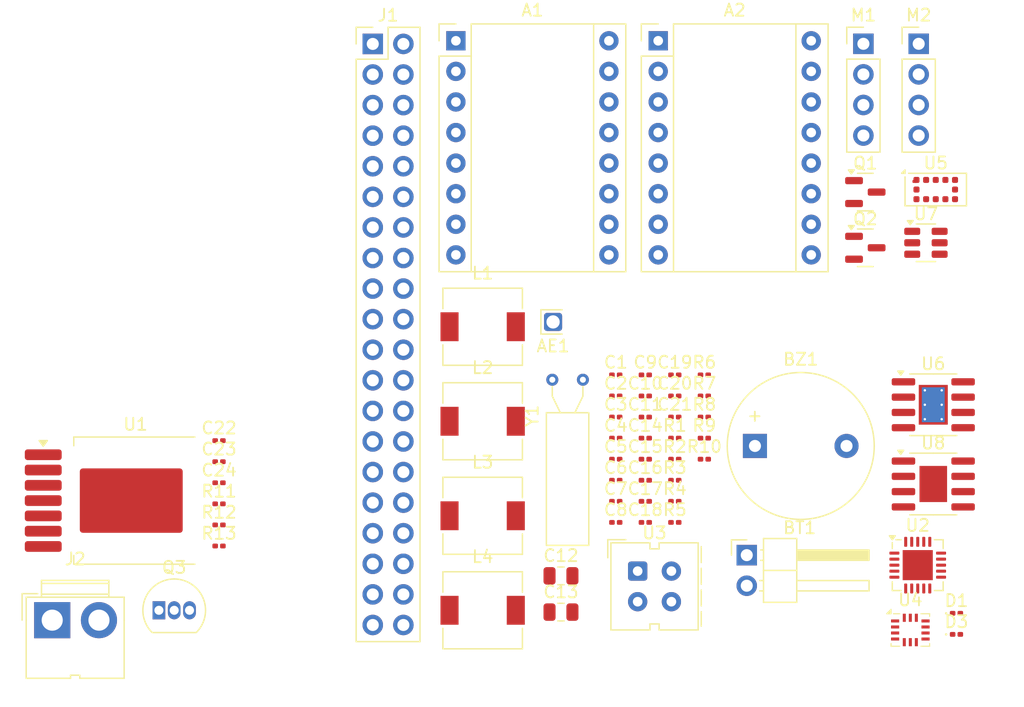
<source format=kicad_pcb>
(kicad_pcb (version 20241229) (generator "pcbnew") (generator_version "9.0")
  (layers (0 "F.Cu" signal) (2 "B.Cu" signal) (13 "F.Paste" user) (15 "B.Paste" user) (5 "F.SilkS" user "F.Silkscreen") (7 "B.SilkS" user "B.Silkscreen") (1 "F.Mask" user) (3 "B.Mask" user) (25 "Edge.Cuts" user))
  (net 0 "")
  (net 1 "Net-(A1-B1)")
  (net 2 "Net-(A1-A1)")
  (net 3 "Net-(A1-A2)")
  (net 6 "DIR2")
  (net 7 "GND")
  (net 8 "STEP2")
  (net 10 "Net-(A1-B2)")
  (net 11 "VDD 12V")
  (net 14 "Net-(BZ1--)")
  (net 15 "STEP1")
  (net 16 "Net-(A2-B2)")
  (net 19 "Net-(A2-A1)")
  (net 20 "Net-(U6-BAT)")
  (net 24 "DIR1")
  (net 25 "Net-(A2-A2)")
  (net 26 "Net-(A2-B1)")
  (net 27 "Net-(AE1-A)")
  (net 28 "Net-(BT1-+)")
  (net 29 "Net-(J2-Pin_1)")
  (net 30 "Net-(U1-SS{slash}TRK)")
  (net 31 "Net-(D1-A)")
  (net 32 "CNY")
  (net 33 "Net-(U2-DVDD)")
  (net 34 "VDD 3.3V")
  (net 35 "Net-(C7-Pad1)")
  (net 36 "Net-(U2-VDD_PA)")
  (net 37 "Net-(U2-XC2)")
  (net 38 "Net-(U2-XC1)")
  (net 39 "Net-(D1-K)")
  (net 40 "Net-(D3-K)")
  (net 42 "Net-(J1-GPIO20{slash}SPI1_MOSI{slash}PCM_DIN{slash}PWM1)")
  (net 43 "Net-(J1-GPIO19{slash}SPI1_MISO{slash}PCM_FS)")
  (net 45 "MOSI")
  (net 46 "Net-(J1-SDA_I2C1{slash}GPIO02)")
  (net 47 "Net-(J1-GPIO18{slash}SPI1_~{CE0}{slash}PCM_CLK{slash}PWM0)")
  (net 48 "Net-(J1-GPIO21{slash}SPI1_SCLK{slash}PCM_DOUT)")
  (net 50 "Net-(J1-SCL_I2C1{slash}GPIO03)")
  (net 51 "BZ")
  (net 53 "MISO")
  (net 54 "Net-(Q3-B)")
  (net 56 "Net-(U1-FB)")
  (net 58 "SCK")
  (net 65 "Net-(U2-ANT2)")
  (net 66 "Net-(U2-ANT1)")
  (net 67 "Net-(Q1-S)")
  (net 68 "Net-(Q2-S)")
  (net 69 "Net-(U6-~{CHRG})")
  (net 70 "Net-(U6-PROG)")
  (net 71 "Net-(U7-FB)")
  (net 72 "Net-(U2-IREF)")
  (net 73 "Net-(U3-E)")
  (net 74 "Net-(U3-K)")
  (net 75 "CSN")
  (net 77 "CE")
  (footprint "Inductor_SMD:L_6.3x6.3_H3" (layer "F.Cu") (at 84.33 85.8)
    (property "Reference" "L2" (at 0 -4.45 0) (layer "F.SilkS"))
    (property "Value" "8.2nH")
    (pad "1" smd rect (at -2.75 0) (size 1.5 2.4) (layers "F.Cu" "F.Mask" "F.Paste") (net 66 "Net-(U2-ANT1)"))
    (pad "2" smd rect (at 2.75 0) (size 1.5 2.4) (layers "F.Cu" "F.Mask" "F.Paste") (net 65 "Net-(U2-ANT2)"))
  )
  (footprint "Capacitor_SMD:C_0201_0603Metric" (layer "F.Cu") (at 95.38 90.7)
    (property "Reference" "C6" (at 0 -1.05 0) (layer "F.SilkS"))
    (property "Value" "10nF")
    (pad "1" smd roundrect (at -0.32 0) (size 0.46 0.4) (layers "F.Cu" "F.Mask") (net 34 "VDD 3.3V"))
    (pad "2" smd roundrect (at 0.32 0) (size 0.46 0.4) (layers "F.Cu" "F.Mask") (net 7 "GND"))
  )
  (footprint "Diode_SMD:D_0201_0603Metric" (layer "F.Cu") (at 123.655 103.5)
    (property "Reference" "D3" (at 0 -1.05 0) (layer "F.SilkS"))
    (property "Value" "D_Schottky")
    (pad "1" smd roundrect (at -0.32 0) (size 0.46 0.4) (layers "F.Cu" "F.Mask") (net 40 "Net-(D3-K)"))
    (pad "2" smd roundrect (at 0.32 0) (size 0.46 0.4) (layers "F.Cu" "F.Mask") (net 32 "CNY"))
  )
  (footprint "Capacitor_SMD:C_0201_0603Metric" (layer "F.Cu") (at 62.45 90.91)
    (property "Reference" "C24" (at 0 -1.05 0) (layer "F.SilkS"))
    (property "Value" "220uF")
    (pad "1" smd roundrect (at -0.32 0) (size 0.46 0.4) (layers "F.Cu" "F.Mask") (net 32 "CNY"))
    (pad "2" smd roundrect (at 0.32 0) (size 0.46 0.4) (layers "F.Cu" "F.Mask") (net 7 "GND"))
  )
  (footprint "Package_TO_SOT_THT:TO-92_Inline" (layer "F.Cu") (at 57.46 101.5)
    (property "Reference" "Q3" (at 1.27 -3.56 0) (layer "F.SilkS"))
    (property "Value" "PN2222A")
    (pad "1" thru_hole rect (at 0 0) (size 1.05 1.5) (drill 0.75) (layers "*.Cu" "*.Mask") (net 7 "GND"))
    (pad "2" thru_hole oval (at 1.27 0) (size 1.05 1.5) (drill 0.75) (layers "*.Cu" "*.Mask") (net 54 "Net-(Q3-B)"))
    (pad "3" thru_hole oval (at 2.54 0) (size 1.05 1.5) (drill 0.75) (layers "*.Cu" "*.Mask") (net 14 "Net-(BZ1--)"))
  )
  (footprint "Sensor_Distance:ST_VL53L1x" (layer "F.Cu") (at 121.935 66.555)
    (property "Reference" "U5" (at 0 -2.2 0) (layer "F.SilkS"))
    (property "Value" "VL53L1CXV0FY1")
    (pad "1" smd roundrect (at -1.74 -0.675) (size 0.38 0.25) (layers "F.Cu" "F.Mask" "F.Paste") (net 34 "VDD 3.3V"))
    (pad "1" smd roundrect (at -1.6 -0.8) (size 0.5 0.5) (layers "F.Cu" "F.Mask" "F.Paste") (net 34 "VDD 3.3V"))
    (pad "2" smd roundrect (at -0.8 -0.8) (size 0.5 0.5) (layers "F.Cu" "F.Mask" "F.Paste") (net 7 "GND"))
    (pad "3" smd roundrect (at 0 -0.8) (size 0.5 0.5) (layers "F.Cu" "F.Mask" "F.Paste") (net 7 "GND"))
    (pad "4" smd roundrect (at 0.8 -0.8) (size 0.5 0.5) (layers "F.Cu" "F.Mask" "F.Paste") (net 7 "GND"))
    (pad "5" smd roundrect (at 1.6 -0.8) (size 0.5 0.5) (layers "F.Cu" "F.Mask" "F.Paste"))
    (pad "6" smd roundrect (at 1.6 0) (size 0.5 0.5) (layers "F.Cu" "F.Mask" "F.Paste") (net 7 "GND"))
    (pad "7" smd roundrect (at 1.6 0.8) (size 0.5 0.5) (layers "F.Cu" "F.Mask" "F.Paste"))
    (pad "8" smd roundrect (at 0.8 0.8) (size 0.5 0.5) (layers "F.Cu" "F.Mask" "F.Paste"))
    (pad "9" smd roundrect (at 0 0.8) (size 0.5 0.5) (layers "F.Cu" "F.Mask" "F.Paste") (net 67 "Net-(Q1-S)"))
    (pad "10" smd roundrect (at -0.8 0.8) (size 0.5 0.5) (layers "F.Cu" "F.Mask" "F.Paste") (net 68 "Net-(Q2-S)"))
    (pad "11" smd roundrect (at -1.6 0.8) (size 0.5 0.5) (layers "F.Cu" "F.Mask" "F.Paste") (net 34 "VDD 3.3V"))
    (pad "12" smd roundrect (at -1.6 0) (size 0.5 0.5) (layers "F.Cu" "F.Mask" "F.Paste") (net 7 "GND"))
  )
  (footprint "Package_LGA:Bosch_LGA-14_3x2.5mm_P0.5mm" (layer "F.Cu") (at 119.825 103.135)
    (property "Reference" "U4" (at 0 -2.5 0) (layer "F.SilkS"))
    (property "Value" "IIM-42652")
    (pad "1" smd rect (at -1.2625 -0.75) (size 0.675 0.25) (layers "F.Cu" "F.Mask" "F.Paste") (net 43 "Net-(J1-GPIO19{slash}SPI1_MISO{slash}PCM_FS)"))
    (pad "2" smd rect (at -1.2625 -0.25) (size 0.675 0.25) (layers "F.Cu" "F.Mask" "F.Paste"))
    (pad "3" smd rect (at -1.2625 0.25) (size 0.675 0.25) (layers "F.Cu" "F.Mask" "F.Paste"))
    (pad "4" smd rect (at -1.2625 0.75) (size 0.675 0.25) (layers "F.Cu" "F.Mask" "F.Paste"))
    (pad "5" smd rect (at -0.5 1.0125) (size 0.25 0.675) (layers "F.Cu" "F.Mask" "F.Paste") (net 34 "VDD 3.3V"))
    (pad "6" smd rect (at 0 1.0125) (size 0.25 0.675) (layers "F.Cu" "F.Mask" "F.Paste") (net 7 "GND"))
    (pad "7" smd rect (at 0.5 1.0125) (size 0.25 0.675) (layers "F.Cu" "F.Mask" "F.Paste") (net 7 "GND"))
    (pad "8" smd rect (at 1.2625 0.75) (size 0.675 0.25) (layers "F.Cu" "F.Mask" "F.Paste") (net 34 "VDD 3.3V"))
    (pad "9" smd rect (at 1.2625 0.25) (size 0.675 0.25) (layers "F.Cu" "F.Mask" "F.Paste"))
    (pad "10" smd rect (at 1.2625 -0.25) (size 0.675 0.25) (layers "F.Cu" "F.Mask" "F.Paste"))
    (pad "11" smd rect (at 1.2625 -0.75) (size 0.675 0.25) (layers "F.Cu" "F.Mask" "F.Paste"))
    (pad "12" smd rect (at 0.5 -1.0125) (size 0.25 0.675) (layers "F.Cu" "F.Mask" "F.Paste") (net 47 "Net-(J1-GPIO18{slash}SPI1_~{CE0}{slash}PCM_CLK{slash}PWM0)"))
    (pad "13" smd rect (at 0 -1.0125) (size 0.25 0.675) (layers "F.Cu" "F.Mask" "F.Paste") (net 48 "Net-(J1-GPIO21{slash}SPI1_SCLK{slash}PCM_DOUT)"))
    (pad "14" smd rect (at -0.5 -1.0125) (size 0.25 0.675) (layers "F.Cu" "F.Mask" "F.Paste") (net 42 "Net-(J1-GPIO20{slash}SPI1_MOSI{slash}PCM_DIN{slash}PWM1)"))
  )
  (footprint "Capacitor_SMD:C_0201_0603Metric" (layer "F.Cu") (at 97.83 90.7)
    (property "Reference" "C16" (at 0 -1.05 0) (layer "F.SilkS"))
    (property "Value" "4.7uF")
    (pad "1" smd roundrect (at -0.32 0) (size 0.46 0.4) (layers "F.Cu" "F.Mask") (net 34 "VDD 3.3V"))
    (pad "2" smd roundrect (at 0.32 0) (size 0.46 0.4) (layers "F.Cu" "F.Mask") (net 7 "GND"))
  )
  (footprint "Capacitor_SMD:C_0201_0603Metric" (layer "F.Cu") (at 95.38 88.95)
    (property "Reference" "C5" (at 0 -1.05 0) (layer "F.SilkS"))
    (property "Value" "1nF")
    (pad "1" smd roundrect (at -0.32 0) (size 0.46 0.4) (layers "F.Cu" "F.Mask") (net 34 "VDD 3.3V"))
    (pad "2" smd roundrect (at 0.32 0) (size 0.46 0.4) (layers "F.Cu" "F.Mask") (net 7 "GND"))
  )
  (footprint "Resistor_SMD:R_0201_0603Metric" (layer "F.Cu") (at 62.45 96.16)
    (property "Reference" "R13" (at 0 -1.05 0) (layer "F.SilkS"))
    (property "Value" "1.07k")
    (pad "1" smd roundrect (at -0.32 0) (size 0.46 0.4) (layers "F.Cu" "F.Mask") (net 7 "GND"))
    (pad "2" smd roundrect (at 0.32 0) (size 0.46 0.4) (layers "F.Cu" "F.Mask") (net 56 "Net-(U1-FB)"))
  )
  (footprint "OptoDevice:Vishay_CNY70" (layer "F.Cu") (at 97.195 98.245)
    (property "Reference" "U3" (at 1.4 -3.17 0) (layer "F.SilkS"))
    (property "Value" "CNY70")
    (pad "1" thru_hole roundrect (at 0 0) (size 1.6 1.6) (drill 0.8) (layers "*.Cu" "*.Mask") (roundrect_rratio 0.156) (net 32 "CNY"))
    (pad "2" thru_hole circle (at 0 2.54) (size 1.6 1.6) (drill 0.8) (layers "*.Cu" "*.Mask") (net 74 "Net-(U3-K)"))
    (pad "3" thru_hole circle (at 2.8 2.54) (size 1.6 1.6) (drill 0.8) (layers "*.Cu" "*.Mask") (net 32 "CNY"))
    (pad "4" thru_hole circle (at 2.8 0) (size 1.6 1.6) (drill 0.8) (layers "*.Cu" "*.Mask") (net 73 "Net-(U3-E)"))
  )
  (footprint "Package_TO_SOT_SMD:SOT-23" (layer "F.Cu") (at 116.09 71.39)
    (property "Reference" "Q2" (at 0 -2.4 0) (layer "F.SilkS"))
    (property "Value" "BSS123")
    (pad "1" smd roundrect (at -0.9375 -0.95) (size 1.475 0.6) (layers "F.Cu" "F.Mask" "F.Paste") (net 34 "VDD 3.3V"))
    (pad "2" smd roundrect (at -0.9375 0.95) (size 1.475 0.6) (layers "F.Cu" "F.Mask" "F.Paste") (net 68 "Net-(Q2-S)"))
    (pad "3" smd roundrect (at 0.9375 0) (size 1.475 0.6) (layers "F.Cu" "F.Mask" "F.Paste") (net 50 "Net-(J1-SCL_I2C1{slash}GPIO03)"))
  )
  (footprint "Resistor_SMD:R_0201_0603Metric" (layer "F.Cu") (at 102.73 85.45)
    (property "Reference" "R8" (at 0 -1.05 0) (layer "F.SilkS"))
    (property "Value" "10k")
    (pad "1" smd roundrect (at -0.32 0) (size 0.46 0.4) (layers "F.Cu" "F.Mask") (net 34 "VDD 3.3V"))
    (pad "2" smd roundrect (at 0.32 0) (size 0.46 0.4) (layers "F.Cu" "F.Mask") (net 68 "Net-(Q2-S)"))
  )
  (footprint "Resistor_SMD:R_0201_0603Metric" (layer "F.Cu") (at 100.28 88.95)
    (property "Reference" "R2" (at 0 -1.05 0) (layer "F.SilkS"))
    (property "Value" "1.1k")
    (pad "1" smd roundrect (at -0.32 0) (size 0.46 0.4) (layers "F.Cu" "F.Mask") (net 7 "GND"))
    (pad "2" smd roundrect (at 0.32 0) (size 0.46 0.4) (layers "F.Cu" "F.Mask") (net 70 "Net-(U6-PROG)"))
  )
  (footprint "Capacitor_SMD:C_0201_0603Metric" (layer "F.Cu") (at 97.83 83.7)
    (property "Reference" "C10" (at 0 -1.05 0) (layer "F.SilkS"))
    (property "Value" "4.7pF")
    (pad "1" smd roundrect (at -0.32 0) (size 0.46 0.4) (layers "F.Cu" "F.Mask") (net 36 "Net-(U2-VDD_PA)"))
    (pad "2" smd roundrect (at 0.32 0) (size 0.46 0.4) (layers "F.Cu" "F.Mask") (net 7 "GND"))
  )
  (footprint "Capacitor_SMD:C_0201_0603Metric" (layer "F.Cu") (at 95.38 87.2)
    (property "Reference" "C4" (at 0 -1.05 0) (layer "F.SilkS"))
    (property "Value" "33nF")
    (pad "1" smd roundrect (at -0.32 0) (size 0.46 0.4) (layers "F.Cu" "F.Mask") (net 33 "Net-(U2-DVDD)"))
    (pad "2" smd roundrect (at 0.32 0) (size 0.46 0.4) (layers "F.Cu" "F.Mask") (net 7 "GND"))
  )
  (footprint "Capacitor_SMD:C_0805_2012Metric" (layer "F.Cu") (at 90.83 98.64)
    (property "Reference" "C12" (at 0 -1.68 0) (layer "F.SilkS"))
    (property "Value" "2.2u")
    (pad "1" smd roundrect (at -0.95 0) (size 1 1.45) (layers "F.Cu" "F.Mask" "F.Paste") (net 7 "GND"))
    (pad "2" smd roundrect (at 0.95 0) (size 1 1.45) (layers "F.Cu" "F.Mask" "F.Paste") (net 32 "CNY"))
  )
  (footprint "Resistor_SMD:R_0201_0603Metric" (layer "F.Cu") (at 100.28 90.7)
    (property "Reference" "R3" (at 0 -1.05 0) (layer "F.SilkS"))
    (property "Value" "1.1k")
    (pad "1" smd roundrect (at -0.32 0) (size 0.46 0.4) (layers "F.Cu" "F.Mask") (net 71 "Net-(U7-FB)"))
    (pad "2" smd roundrect (at 0.32 0) (size 0.46 0.4) (layers "F.Cu" "F.Mask") (net 32 "CNY"))
  )
  (footprint "Module:Pololu_Breakout-16_15.2x20.3mm" (layer "F.Cu") (at 98.9 54.2)
    (property "Reference" "A2" (at 6.35 -2.54 0) (layer "F.SilkS"))
    (property "Value" "Pololu_Breakout_DRV8825")
    (pad "1" thru_hole rect (at 0 0) (size 1.6 1.6) (drill 0.8) (layers "*.Cu" "*.Mask") (net 7 "GND"))
    (pad "2" thru_hole oval (at 0 2.54) (size 1.6 1.6) (drill 0.8) (layers "*.Cu" "*.Mask"))
    (pad "3" thru_hole oval (at 0 5.08) (size 1.6 1.6) (drill 0.8) (layers "*.Cu" "*.Mask") (net 25 "Net-(A2-A2)"))
    (pad "4" thru_hole oval (at 0 7.62) (size 1.6 1.6) (drill 0.8) (layers "*.Cu" "*.Mask") (net 19 "Net-(A2-A1)"))
    (pad "5" thru_hole oval (at 0 10.16) (size 1.6 1.6) (drill 0.8) (layers "*.Cu" "*.Mask") (net 26 "Net-(A2-B1)"))
    (pad "6" thru_hole oval (at 0 12.7) (size 1.6 1.6) (drill 0.8) (layers "*.Cu" "*.Mask") (net 16 "Net-(A2-B2)"))
    (pad "7" thru_hole oval (at 0 15.24) (size 1.6 1.6) (drill 0.8) (layers "*.Cu" "*.Mask") (net 7 "GND"))
    (pad "8" thru_hole oval (at 0 17.78) (size 1.6 1.6) (drill 0.8) (layers "*.Cu" "*.Mask") (net 11 "VDD 12V"))
    (pad "9" thru_hole oval (at 12.7 17.78) (size 1.6 1.6) (drill 0.8) (layers "*.Cu" "*.Mask") (net 7 "GND"))
    (pad "10" thru_hole oval (at 12.7 15.24) (size 1.6 1.6) (drill 0.8) (layers "*.Cu" "*.Mask"))
    (pad "11" thru_hole oval (at 12.7 12.7) (size 1.6 1.6) (drill 0.8) (layers "*.Cu" "*.Mask"))
    (pad "12" thru_hole oval (at 12.7 10.16) (size 1.6 1.6) (drill 0.8) (layers "*.Cu" "*.Mask"))
    (pad "13" thru_hole oval (at 12.7 7.62) (size 1.6 1.6) (drill 0.8) (layers "*.Cu" "*.Mask"))
    (pad "14" thru_hole oval (at 12.7 5.08) (size 1.6 1.6) (drill 0.8) (layers "*.Cu" "*.Mask") (net 34 "VDD 3.3V"))
    (pad "15" thru_hole oval (at 12.7 2.54) (size 1.6 1.6) (drill 0.8) (layers "*.Cu" "*.Mask") (net 15 "STEP1"))
    (pad "16" thru_hole oval (at 12.7 0) (size 1.6 1.6) (drill 0.8) (layers "*.Cu" "*.Mask") (net 24 "DIR1"))
  )
  (footprint "Connector:JWT_A3963_1x02_P3.96mm_Vertical" (layer "F.Cu") (at 48.605 102.32)
    (property "Reference" "J2" (at 1.91 -5.08 0) (layer "F.SilkS"))
    (property "Value" "Conn_01x02_Pin")
    (pad "1" thru_hole rect (at 0 0) (size 3 3) (drill 1.75) (layers "*.Cu" "*.Mask") (net 29 "Net-(J2-Pin_1)"))
    (pad "2" thru_hole circle (at 3.88 0) (size 3 3) (drill 1.75) (layers "*.Cu" "*.Mask") (net 7 "GND"))
  )
  (footprint "Capacitor_SMD:C_0201_0603Metric" (layer "F.Cu") (at 62.45 89.16)
    (property "Reference" "C23" (at 0 -1.05 0) (layer "F.SilkS"))
    (property "Value" "470nF")
    (pad "1" smd roundrect (at -0.32 0) (size 0.46 0.4) (layers "F.Cu" "F.Mask") (net 30 "Net-(U1-SS{slash}TRK)"))
    (pad "2" smd roundrect (at 0.32 0) (size 0.46 0.4) (layers "F.Cu" "F.Mask") (net 7 "GND"))
  )
  (footprint "Capacitor_SMD:C_0201_0603Metric" (layer "F.Cu") (at 95.38 81.95)
    (property "Reference" "C1" (at 0 -1.05 0) (layer "F.SilkS"))
    (property "Value" "10uF")
    (pad "1" smd roundrect (at -0.32 0) (size 0.46 0.4) (layers "F.Cu" "F.Mask") (net 20 "Net-(U6-BAT)"))
    (pad "2" smd roundrect (at 0.32 0) (size 0.46 0.4) (layers "F.Cu" "F.Mask") (net 7 "GND"))
  )
  (footprint "Resistor_SMD:R_0201_0603Metric" (layer "F.Cu") (at 100.28 87.2)
    (property "Reference" "R1" (at 0 -1.05 0) (layer "F.SilkS"))
    (property "Value" "1k")
    (pad "1" smd roundrect (at -0.32 0) (size 0.46 0.4) (layers "F.Cu" "F.Mask") (net 69 "Net-(U6-~{CHRG})"))
    (pad "2" smd roundrect (at 0.32 0) (size 0.46 0.4) (layers "F.Cu" "F.Mask") (net 39 "Net-(D1-K)"))
  )
  (footprint "Capacitor_SMD:C_0201_0603Metric" (layer "F.Cu") (at 100.28 81.95)
    (property "Reference" "C19" (at 0 -1.05 0) (layer "F.SilkS"))
    (property "Value" "10nF")
    (pad "1" smd roundrect (at -0.32 0) (size 0.46 0.4) (layers "F.Cu" "F.Mask") (net 34 "VDD 3.3V"))
    (pad "2" smd roundrect (at 0.32 0) (size 0.46 0.4) (layers "F.Cu" "F.Mask") (net 7 "GND"))
  )
  (footprint "Package_TO_SOT_SMD:Texas_NDW-7_TabPin4" (layer "F.Cu") (at 55.52 92.39)
    (property "Reference" "U1" (at 0 -6.33 0) (layer "F.SilkS"))
    (property "Value" "LMZ22005TZ")
    (pad "1" smd roundrect (at -7.66 -3.81) (size 3.06 0.89) (layers "F.Cu" "F.Mask" "F.Paste") (net 29 "Net-(J2-Pin_1)"))
    (pad "2" smd roundrect (at -7.66 -2.54) (size 3.06 0.89) (layers "F.Cu" "F.Mask" "F.Paste") (net 7 "GND"))
    (pad "3" smd roundrect (at -7.66 -1.27) (size 3.06 0.89) (layers "F.Cu" "F.Mask" "F.Paste"))
    (pad "4" smd roundrect (at -7.66 0) (size 3.06 0.89) (layers "F.Cu" "F.Mask" "F.Paste") (net 7 "GND"))
    (pad "4" smd roundrect (at -0.355 0) (size 8.54 5.35) (layers "F.Cu" "F.Mask") (roundrect_rratio 0.046729) (net 7 "GND"))
    (pad "5" smd roundrect (at -7.66 1.27) (size 3.06 0.89) (layers "F.Cu" "F.Mask" "F.Paste") (net 56 "Net-(U1-FB)"))
    (pad "6" smd roundrect (at -7.66 2.54) (size 3.06 0.89) (layers "F.Cu" "F.Mask" "F.Paste") (net 30 "Net-(U1-SS{slash}TRK)"))
    (pad "7" smd roundrect (at -7.66 3.81) (size 3.06 0.89) (layers "F.Cu" "F.Mask" "F.Paste") (net 32 "CNY"))
  )
  (footprint "Capacitor_SMD:C_0201_0603Metric" (layer "F.Cu") (at 62.45 87.41)
    (property "Reference" "C22" (at 0 -1.05 0) (layer "F.SilkS"))
    (property "Value" "22uF")
    (pad "1" smd roundrect (at -0.32 0) (size 0.46 0.4) (layers "F.Cu" "F.Mask") (net 29 "Net-(J2-Pin_1)"))
    (pad "2" smd roundrect (at 0.32 0) (size 0.46 0.4) (layers "F.Cu" "F.Mask") (net 7 "GND"))
  )
  (footprint "Resistor_SMD:R_0201_0603Metric" (layer "F.Cu") (at 62.45 92.66)
    (property "Reference" "R11" (at 0 -1.05 0) (layer "F.SilkS"))
    (property "Value" "200")
    (pad "1" smd roundrect (at -0.32 0) (size 0.46 0.4) (layers "F.Cu" "F.Mask") (net 51 "BZ"))
    (pad "2" smd roundrect (at 0.32 0) (size 0.46 0.4) (layers "F.Cu" "F.Mask") (net 54 "Net-(Q3-B)"))
  )
  (footprint "Package_SO:SOIC-8-1EP_3.9x4.9mm_P1.27mm_EP2.41x3.3mm_ThermalVias" (layer "F.Cu") (at 121.73 84.43)
    (property "Reference" "U6" (at 0 -3.4 0) (layer "F.SilkS"))
    (property "Value" "TP4056-42-ESOP8")
    (pad "1" smd roundrect (at -2.475 -1.905) (size 1.95 0.6) (layers "F.Cu" "F.Mask" "F.Paste") (net 7 "GND"))
    (pad "2" smd roundrect (at -2.475 -0.635) (size 1.95 0.6) (layers "F.Cu" "F.Mask" "F.Paste") (net 70 "Net-(U6-PROG)"))
    (pad "3" smd roundrect (at -2.475 0.635) (size 1.95 0.6) (layers "F.Cu" "F.Mask" "F.Paste") (net 7 "GND"))
    (pad "4" smd roundrect (at -2.475 1.905) (size 1.95 0.6) (layers "F.Cu" "F.Mask" "F.Paste") (net 31 "Net-(D1-A)"))
    (pad "5" smd roundrect (at 2.475 1.905) (size 1.95 0.6) (layers "F.Cu" "F.Mask" "F.Paste") (net 20 "Net-(U6-BAT)"))
    (pad "6" smd roundrect (at 2.475 0.635) (size 1.95 0.6) (layers "F.Cu" "F.Mask" "F.Paste") (net 7 "GND"))
    (pad "7" smd roundrect (at 2.475 -0.635) (size 1.95 0.6) (layers "F.Cu" "F.Mask" "F.Paste") (net 69 "Net-(U6-~{CHRG})"))
    (pad "8" smd roundrect (at 2.475 -1.905) (size 1.95 0.6) (layers "F.Cu" "F.Mask" "F.Paste") (net 31 "Net-(D1-A)"))
    (pad "9" thru_hole circle (at -0.7 -1.2) (size 0.5 0.5) (drill 0.2) (property pad_prop_heatsink) (layers "*.Cu"))
    (pad "9" thru_hole circle (at -0.7 0) (size 0.5 0.5) (drill 0.2) (property pad_prop_heatsink) (layers "*.Cu"))
    (pad "9" thru_hole circle (at -0.7 1.2) (size 0.5 0.5) (drill 0.2) (property pad_prop_heatsink) (layers "*.Cu"))
    (pad "9" smd rect (at 0 0) (size 1.9 2.9) (property pad_prop_heatsink) (layers "B.Cu"))
    (pad "9" smd rect (at 0 0) (size 2.41 3.3) (property pad_prop_heatsink) (layers "F.Cu" "F.Mask"))
    (pad "9" thru_hole circle (at 0.7 -1.2) (size 0.5 0.5) (drill 0.2) (property pad_prop_heatsink) (layers "*.Cu"))
    (pad "9" thru_hole circle (at 0.7 0) (size 0.5 0.5) (drill 0.2) (property pad_prop_heatsink) (layers "*.Cu"))
    (pad "9" thru_hole circle (at 0.7 1.2) (size 0.5 0.5) (drill 0.2) (property pad_prop_heatsink) (layers "*.Cu"))
  )
  (footprint "Capacitor_SMD:C_0805_2012Metric" (layer "F.Cu") (at 90.83 101.65)
    (property "Reference" "C13" (at 0 -1.68 0) (layer "F.SilkS"))
    (property "Value" "2.2u")
    (pad "1" smd roundrect (at -0.95 0) (size 1 1.45) (layers "F.Cu" "F.Mask" "F.Paste") (net 7 "GND"))
    (pad "2" smd roundrect (at 0.95 0) (size 1 1.45) (layers "F.Cu" "F.Mask" "F.Paste") (net 34 "VDD 3.3V"))
  )
  (footprint "Resistor_SMD:R_0201_0603Metric" (layer "F.Cu") (at 102.73 87.2)
    (property "Reference" "R9" (at 0 -1.05 0) (layer "F.SilkS"))
    (property "Value" "10k")
    (pad "1" smd roundrect (at -0.32 0) (size 0.46 0.4) (layers "F.Cu" "F.Mask") (net 73 "Net-(U3-E)"))
    (pad "2" smd roundrect (at 0.32 0) (size 0.46 0.4) (layers "F.Cu" "F.Mask") (net 7 "GND"))
  )
  (footprint "Capacitor_SMD:C_0201_0603Metric" (layer "F.Cu") (at 95.38 83.7)
    (property "Reference" "C2" (at 0 -1.05 0) (layer "F.SilkS"))
    (property "Value" "10uF")
    (pad "1" smd roundrect (at -0.32 0) (size 0.46 0.4) (layers "F.Cu" "F.Mask") (net 31 "Net-(D1-A)"))
    (pad "2" smd roundrect (at 0.32 0) (size 0.46 0.4) (layers "F.Cu" "F.Mask") (net 7 "GND"))
  )
  (footprint "Resistor_SMD:R_0201_0603Metric" (layer "F.Cu") (at 102.73 83.7)
    (property "Reference" "R7" (at 0 -1.05 0) (layer "F.SilkS"))
    (property "Value" "10k")
    (pad "1" smd roundrect (at -0.32 0) (size 0.46 0.4) (layers "F.Cu" "F.Mask") (net 34 "VDD 3.3V"))
    (pad "2" smd roundrect (at 0.32 0) (size 0.46 0.4) (layers "F.Cu" "F.Mask") (net 67 "Net-(Q1-S)"))
  )
  (footprint "Resistor_SMD:R_0201_0603Metric" (layer "F.Cu") (at 100.28 94.2)
    (property "Reference" "R5" (at 0 -1.05 0) (layer "F.SilkS"))
    (property "Value" "22k")
    (pad "1" smd roundrect (at -0.32 0) (size 0.46 0.4) (layers "F.Cu" "F.Mask") (net 72 "Net-(U2-IREF)"))
    (pad "2" smd roundrect (at 0.32 0) (size 0.46 0.4) (layers "F.Cu" "F.Mask") (net 7 "GND"))
  )
  (footprint "Capacitor_SMD:C_0201_0603Metric" (layer "F.Cu") (at 97.83 81.95)
    (property "Reference" "C9" (at 0 -1.05 0) (layer "F.SilkS"))
    (property "Value" "2.2nF")
    (pad "1" smd roundrect (at -0.32 0) (size 0.46 0.4) (layers "F.Cu" "F.Mask") (net 36 "Net-(U2-VDD_PA)"))
    (pad "2" smd roundrect (at 0.32 0) (size 0.46 0.4) (layers "F.Cu" "F.Mask") (net 7 "GND"))
  )
  (footprint "Module:Pololu_Breakout-16_15.2x20.3mm" (layer "F.Cu") (at 82.11 54.2)
    (property "Reference" "A1" (at 6.35 -2.54 0) (layer "F.SilkS"))
    (property "Value" "Pololu_Breakout_DRV8825")
    (pad "1" thru_hole rect (at 0 0) (size 1.6 1.6) (drill 0.8) (layers "*.Cu" "*.Mask") (net 7 "GND"))
    (pad "2" thru_hole oval (at 0 2.54) (size 1.6 1.6) (drill 0.8) (layers "*.Cu" "*.Mask"))
    (pad "3" thru_hole oval (at 0 5.08) (size 1.6 1.6) (drill 0.8) (layers "*.Cu" "*.Mask") (net 3 "Net-(A1-A2)"))
    (pad "4" thru_hole oval (at 0 7.62) (size 1.6 1.6) (drill 0.8) (layers "*.Cu" "*.Mask") (net 2 "Net-(A1-A1)"))
    (pad "5" thru_hole oval (at 0 10.16) (size 1.6 1.6) (drill 0.8) (layers "*.Cu" "*.Mask") (net 1 "Net-(A1-B1)"))
    (pad "6" thru_hole oval (at 0 12.7) (size 1.6 1.6) (drill 0.8) (layers "*.Cu" "*.Mask") (net 10 "Net-(A1-B2)"))
    (pad "7" thru_hole oval (at 0 15.24) (size 1.6 1.6) (drill 0.8) (layers "*.Cu" "*.Mask") (net 7 "GND"))
    (pad "8" thru_hole oval (at 0 17.78) (size 1.6 1.6) (drill 0.8) (layers "*.Cu" "*.Mask") (net 11 "VDD 12V"))
    (pad "9" thru_hole oval (at 12.7 17.78) (size 1.6 1.6) (drill 0.8) (layers "*.Cu" "*.Mask") (net 7 "GND"))
    (pad "10" thru_hole oval (at 12.7 15.24) (size 1.6 1.6) (drill 0.8) (layers "*.Cu" "*.Mask"))
    (pad "11" thru_hole oval (at 12.7 12.7) (size 1.6 1.6) (drill 0.8) (layers "*.Cu" "*.Mask"))
    (pad "12" thru_hole oval (at 12.7 10.16) (size 1.6 1.6) (drill 0.8) (layers "*.Cu" "*.Mask"))
    (pad "13" thru_hole oval (at 12.7 7.62) (size 1.6 1.6) (drill 0.8) (layers "*.Cu" "*.Mask"))
    (pad "14" thru_hole oval (at 12.7 5.08) (size 1.6 1.6) (drill 0.8) (layers "*.Cu" "*.Mask") (net 34 "VDD 3.3V"))
    (pad "15" thru_hole oval (at 12.7 2.54) (size 1.6 1.6) (drill 0.8) (layers "*.Cu" "*.Mask") (net 8 "STEP2"))
    (pad "16" thru_hole oval (at 12.7 0) (size 1.6 1.6) (drill 0.8) (layers "*.Cu" "*.Mask") (net 6 "DIR2"))
  )
  (footprint "Package_SO:SOIC-8-1EP_3.9x4.9mm_P1.27mm_EP2.29x3mm" (layer "F.Cu") (at 121.73 91.01)
    (property "Reference" "U8" (at 0 -3.4 0) (layer "F.SilkS"))
    (property "Value" "ADP7142ARDZ-3.3")
    (pad "1" smd roundrect (at -2.475 -1.905) (size 1.95 0.6) (layers "F.Cu" "F.Mask" "F.Paste") (net 34 "VDD 3.3V"))
    (pad "2" smd roundrect (at -2.475 -0.635) (size 1.95 0.6) (layers "F.Cu" "F.Mask" "F.Paste") (net 34 "VDD 3.3V"))
    (pad "3" smd roundrect (at -2.475 0.635) (size 1.95 0.6) (layers "F.Cu" "F.Mask" "F.Paste") (net 34 "VDD 3.3V"))
    (pad "4" smd roundrect (at -2.475 1.905) (size 1.95 0.6) (layers "F.Cu" "F.Mask" "F.Paste") (net 7 "GND"))
    (pad "5" smd roundrect (at 2.475 1.905) (size 1.95 0.6) (layers "F.Cu" "F.Mask" "F.Paste") (net 32 "CNY"))
    (pad "6" smd roundrect (at 2.475 0.635) (size 1.95 0.6) (layers "F.Cu" "F.Mask" "F.Paste"))
    (pad "7" smd roundrect (at 2.475 -0.635) (size 1.95 0.6) (layers "F.Cu" "F.Mask" "F.Paste") (net 32 "CNY"))
    (pad "8" smd roundrect (at 2.475 -1.905) (size 1.95 0.6) (layers "F.Cu" "F.Mask" "F.Paste") (net 32 "CNY"))
    (pad "9" smd rect (at 0 0) (size 2.29 3) (property pad_prop_heatsink) (layers "F.Cu" "F.Mask") (net 7 "GND"))
  )
  (footprint "Capacitor_SMD:C_0201_0603Metric" (layer "F.Cu") (at 97.83 88.95)
    (property "Reference" "C15" (at 0 -1.05 0) (layer "F.SilkS"))
    (property "Value" "100nF")
    (pad "1" smd roundrect (at -0.32 0) (size 0.46 0.4) (layers "F.Cu" "F.Mask") (net 34 "VDD 3.3V"))
    (pad "2" smd roundrect (at 0.32 0) (size 0.46 0.4) (layers "F.Cu" "F.Mask") (net 7 "GND"))
  )
  (footprint "Capacitor_SMD:C_0201_0603Metric" (layer "F.Cu") (at 95.38 85.45)
    (property "Reference" "C3" (at 0 -1.05 0) (layer "F.SilkS"))
    (property "Value" "10uF")
    (pad "1" smd roundrect (at -0.32 0) (size 0.46 0.4) (layers "F.Cu" "F.Mask") (net 32 "CNY"))
    (pad "2" smd roundrect (at 0.32 0) (size 0.46 0.4) (layers "F.Cu" "F.Mask") (net 7 "GND"))
  )
  (footprint "Connector_PinHeader_2.54mm:PinHeader_1x04_P2.54mm_Vertical" (layer "F.Cu") (at 115.93 54.45)
    (property "Reference" "M1" (at 0 -2.38 0) (layer "F.SilkS"))
    (property "Value" "Stepper_Motor_bipolar")
    (pad "1" thru_hole rect (at 0 0) (size 1.7 1.7) (drill 1) (layers "*.Cu" "*.Mask") (net 3 "Net-(A1-A2)"))
    (pad "2" thru_hole circle (at 0 2.54) (size 1.7 1.7) (drill 1) (layers "*.Cu" "*.Mask") (net 2 "Net-(A1-A1)"))
    (pad "3" thru_hole circle (at 0 5.08) (size 1.7 1.7) (drill 1) (layers "*.Cu" "*.Mask") (net 1 "Net-(A1-B1)"))
    (pad "4" thru_hole circle (at 0 7.62) (size 1.7 1.7) (drill 1) (layers "*.Cu" "*.Mask") (net 10 "Net-(A1-B2)"))
  )
  (footprint "Capacitor_SMD:C_0201_0603Metric" (layer "F.Cu") (at 95.38 92.45)
    (property "Reference" "C7" (at 0 -1.05 0) (layer "F.SilkS"))
    (property "Value" "1.5pF")
    (pad "1" smd roundrect (at -0.32 0) (size 0.46 0.4) (layers "F.Cu" "F.Mask") (net 35 "Net-(C7-Pad1)"))
    (pad "2" smd roundrect (at 0.32 0) (size 0.46 0.4) (layers "F.Cu" "F.Mask") (net 27 "Net-(AE1-A)"))
  )
  (footprint "Buzzer_Beeper:Buzzer_12x9.5RM7.6" (layer "F.Cu") (at 106.93 87.85)
    (property "Reference" "BZ1" (at 3.8 -7.2 0) (layer "F.SilkS"))
    (property "Value" "Buzzer")
    (fp_text user "+" (at -0.01 -2.54 0) (layer "F.SilkS"))
    (pad "1" thru_hole rect (at 0 0) (size 2 2) (drill 1) (layers "*.Cu" "*.Mask") (net 32 "CNY"))
    (pad "2" thru_hole circle (at 7.6 0) (size 2 2) (drill 1) (layers "*.Cu" "*.Mask") (net 14 "Net-(BZ1--)"))
  )
  (footprint "Resistor_SMD:R_0201_0603Metric" (layer "F.Cu") (at 62.45 94.41)
    (property "Reference" "R12" (at 0 -1.05 0) (layer "F.SilkS"))
    (property "Value" "5.62k")
    (pad "1" smd roundrect (at -0.32 0) (size 0.46 0.4) (layers "F.Cu" "F.Mask") (net 56 "Net-(U1-FB)"))
    (pad "2" smd roundrect (at 0.32 0) (size 0.46 0.4) (layers "F.Cu" "F.Mask") (net 32 "CNY"))
  )
  (footprint "Capacitor_SMD:C_0201_0603Metric" (layer "F.Cu") (at 97.83 92.45)
    (property "Reference" "C17" (at 0 -1.05 0) (layer "F.SilkS"))
    (property "Value" "100nF")
    (pad "1" smd roundrect (at -0.32 0) (size 0.46 0.4) (layers "F.Cu" "F.Mask") (net 7 "GND"))
    (pad "2" smd roundrect (at 0.32 0) (size 0.46 0.4) (layers "F.Cu" "F.Mask") (net 34 "VDD 3.3V"))
  )
  (footprint "Capacitor_SMD:C_0201_0603Metric" (layer "F.Cu") (at 97.83 94.2)
    (property "Reference" "C18" (at 0 -1.05 0) (layer "F.SilkS"))
    (property "Value" "2.2uF")
    (pad "1" smd roundrect (at -0.32 0) (size 0.46 0.4) (layers "F.Cu" "F.Mask") (net 7 "GND"))
    (pad "2" smd roundrect (at 0.32 0) (size 0.46 0.4) (layers "F.Cu" "F.Mask") (net 34 "VDD 3.3V"))
  )
  (footprint "Resistor_SMD:R_0201_0603Metric" (layer "F.Cu") (at 102.73 88.95)
    (property "Reference" "R10" (at 0 -1.05 0) (layer "F.SilkS"))
    (property "Value" "200")
    (pad "1" smd roundrect (at -0.32 0) (size 0.46 0.4) (layers "F.Cu" "F.Mask") (net 74 "Net-(U3-K)"))
    (pad "2" smd roundrect (at 0.32 0) (size 0.46 0.4) (layers "F.Cu" "F.Mask") (net 7 "GND"))
  )
  (footprint "Resistor_SMD:R_0201_0603Metric" (layer "F.Cu") (at 102.73 81.95)
    (property "Reference" "R6" (at 0 -1.05 0) (layer "F.SilkS"))
    (property "Value" "1M")
    (pad "1" smd roundrect (at -0.32 0) (size 0.46 0.4) (layers "F.Cu" "F.Mask") (net 37 "Net-(U2-XC2)"))
    (pad "2" smd roundrect (at 0.32 0) (size 0.46 0.4) (layers "F.Cu" "F.Mask") (net 38 "Net-(U2-XC1)"))
  )
  (footprint "Package_TO_SOT_SMD:SOT-23" (layer "F.Cu") (at 116.09 66.765)
    (property "Reference" "Q1" (at 0 -2.4 0) (layer "F.SilkS"))
    (property "Value" "BSS123")
    (pad "1" smd roundrect (at -0.9375 -0.95) (size 1.475 0.6) (layers "F.Cu" "F.Mask" "F.Paste") (net 34 "VDD 3.3V"))
    (pad "2" smd roundrect (at -0.9375 0.95) (size 1.475 0.6) (layers "F.Cu" "F.Mask" "F.Paste") (net 67 "Net-(Q1-S)"))
    (pad "3" smd roundrect (at 0.9375 0) (size 1.475 0.6) (layers "F.Cu" "F.Mask" "F.Paste") (net 46 "Net-(J1-SDA_I2C1{slash}GPIO02)"))
  )
  (footprint "Capacitor_SMD:C_0201_0603Metric" (layer "F.Cu") (at 100.28 85.45)
    (property "Reference" "C21" (at 0 -1.05 0) (layer "F.SilkS"))
    (property "Value" "100uF")
    (pad "1" smd roundrect (at -0.32 0) (size 0.46 0.4) (layers "F.Cu" "F.Mask") (net 11 "VDD 12V"))
    (pad "2" smd roundrect (at 0.32 0) (size 0.46 0.4) (layers "F.Cu" "F.Mask") (net 7 "GND"))
  )
  (footprint "Package_DFN_QFN:QFN-20-1EP_4x4mm_P0.5mm_EP2.5x2.5mm" (layer "F.Cu") (at 120.44 97.75)
    (property "Reference" "U2" (at 0 -3.3 0) (layer "F.SilkS"))
    (property "Value" "nRF24L01P")
    (pad "1" smd roundrect (at -1.9375 -1) (size 0.825 0.25) (layers "F.Cu" "F.Mask" "F.Paste") (net 77 "CE"))
    (pad "2" smd roundrect (at -1.9375 -0.5) (size 0.825 0.25) (layers "F.Cu" "F.Mask" "F.Paste") (net 75 "CSN"))
    (pad "3" smd roundrect (at -1.9375 0) (size 0.825 0.25) (layers "F.Cu" "F.Mask" "F.Paste") (net 58 "SCK"))
    (pad "4" smd roundrect (at -1.9375 0.5) (size 0.825 0.25) (layers "F.Cu" "F.Mask" "F.Paste") (net 45 "MOSI"))
    (pad "5" smd roundrect (at -1.9375 1) (size 0.825 0.25) (layers "F.Cu" "F.Mask" "F.Paste") (net 53 "MISO"))
    (pad "6" smd roundrect (at -1 1.9375) (size 0.25 0.825) (layers "F.Cu" "F.Mask" "F.Paste"))
    (pad "7" smd roundrect (at -0.5 1.9375) (size 0.25 0.825) (layers "F.Cu" "F.Mask" "F.Paste") (net 34 "VDD 3.3V"))
    (pad "8" smd roundrect (at 0 1.9375) (size 0.25 0.825) (layers "F.Cu" "F.Mask" "F.Paste") (net 7 "GND"))
    (pad "9" smd roundrect (at 0.5 1.9375) (size 0.25 0.825) (layers "F.Cu" "F.Mask" "F.Paste") (net 37 "Net-(U2-XC2)"))
    (pad "10" smd roundrect (at 1 1.9375) (size 0.25 0.825) (layers "F.Cu" "F.Mask" "F.Paste") (net 38 "Net-(U2-XC1)"))
    (pad "11" smd roundrect (at 1.9375 1) (size 0.825 0.25) (layers "F.Cu" "F.Mask" "F.Paste") (net 36 "Net-(U2-VDD_PA)"))
    (pad "12" smd roundrect (at 1.9375 0.5) (size 0.825 0.25) (layers "F.Cu" "F.Mask" "F.Paste") (net 66 "Net-(U2-ANT1)"))
    (pad "13" smd roundrect (at 1.9375 0) (size 0.825 0.25) (layers "F.Cu" "F.Mask" "F.Paste") (net 65 "Net-(U2-ANT2)"))
    (pad "14" smd roundrect (at 1.9375 -0.5) (size 0.825 0.25) (layers "F.Cu" "F.Mask" "F.Paste") (net 7 "GND"))
    (pad "15" smd roundrect (at 1.9375 -1) (size 0.825 0.25) (layers "F.Cu" "F.Mask" "F.Paste") (net 34 "VDD 3.3V"))
    (pad "16" smd roundrect (at 1 -1.9375) (size 0.25 0.825) (layers "F.Cu" "F.Mask" "F.Paste") (net 72 "Net-(U2-IREF)"))
    (pad "17" smd roundrect (at 0.5 -1.9375) (size 0.25 0.825) (layers "F.Cu" "F.Mask" "F.Paste") (net 7 "GND"))
    (pad "18" smd roundrect (at 0 -1.9375) (size 0.25 0.825) (layers "F.Cu" "F.Mask" "F.Paste") (net 34 "VDD 3.3V"))
    (pad "19" smd roundrect (at -0.5 -1.9375) (size 0.25 0.825) (layers "F.Cu" "F.Mask" "F.Paste") (net 33 "Net-(U2-DVDD)"))
    (pad "20" smd roundrect (at -1 -1.9375) (size 0.25 0.825) (layers "F.Cu" "F.Mask" "F.Paste") (net 7 "GND"))
    (pad "21" smd rect (at 0 0) (size 2.5 2.5) (property pad_prop_heatsink) (layers "F.Cu" "F.Mask"))
  )
  (footprint "Inductor_SMD:L_6.3x6.3_H3" (layer "F.Cu") (at 84.33 93.65)
    (property "Reference" "L3" (at 0 -4.45 0) (layer "F.SilkS"))
    (property "Value" "3.9nH")
    (pad "1" smd rect (at -2.75 0) (size 1.5 2.4) (layers "F.Cu" "F.Mask" "F.Paste") (net 65 "Net-(U2-ANT2)"))
    (pad "2" smd rect (at 2.75 0) (size 1.5 2.4) (layers "F.Cu" "F.Mask" "F.Paste") (net 35 "Net-(C7-Pad1)"))
  )
  (footprint "Connector_PinHeader_2.54mm:PinHeader_1x02_P2.54mm_Horizontal" (layer "F.Cu") (at 106.25 96.92)
    (property "Reference" "BT1" (at 4.385 -2.27 0) (layer "F.SilkS"))
    (property "Value" "Battery_Cell")
    (pad "1" thru_hole rect (at 0 0) (size 1.7 1.7) (drill 1) (layers "*.Cu" "*.Mask") (net 28 "Net-(BT1-+)"))
    (pad "2" thru_hole circle (at 0 2.54) (size 1.7 1.7) (drill 1) (layers "*.Cu" "*.Mask") (net 7 "GND"))
  )
  (footprint "LED_SMD:LED_0201_0603Metric" (layer "F.Cu") (at 123.655 101.75)
    (property "Reference" "D1" (at 0 -1.05 0) (layer "F.SilkS"))
    (property "Value" "LED")
    (pad "1" smd roundrect (at -0.32 0) (size 0.46 0.4) (layers "F.Cu" "F.Mask") (net 39 "Net-(D1-K)"))
    (pad "2" smd roundrect (at 0.32 0) (size 0.46 0.4) (layers "F.Cu" "F.Mask") (net 31 "Net-(D1-A)"))
  )
  (footprint "Inductor_SMD:L_6.3x6.3_H3" (layer "F.Cu") (at 84.33 77.95)
    (property "Reference" "L1" (at 0 -4.45 0) (layer "F.SilkS"))
    (property "Value" "L")
    (pad "1" smd rect (at -2.75 0) (size 1.5 2.4) (layers "F.Cu" "F.Mask" "F.Paste") (net 31 "Net-(D1-A)"))
    (pad "2" smd rect (at 2.75 0) (size 1.5 2.4) (layers "F.Cu" "F.Mask" "F.Paste") (net 40 "Net-(D3-K)"))
  )
  (footprint "Capacitor_SMD:C_0201_0603Metric" (layer "F.Cu") (at 97.83 87.2)
    (property "Reference" "C14" (at 0 -1.05 0) (layer "F.SilkS"))
    (property "Value" "22pF")
    (pad "1" smd roundrect (at -0.32 0) (size 0.46 0.4) (layers "F.Cu" "F.Mask") (net 38 "Net-(U2-XC1)"))
    (pad "2" smd roundrect (at 0.32 0) (size 0.46 0.4) (layers "F.Cu" "F.Mask") (net 7 "GND"))
  )
  (footprint "RF_Antenna:NiceRF_SW868-TH13_868Mhz" (layer "F.Cu") (at 90.175 77.55)
    (property "Reference" "AE1" (at 0 2 0) (layer "F.SilkS"))
    (property "Value" "Antenna")
    (pad "1" thru_hole roundrect (at 0 0 270) (size 1.5 1.5) (drill 1.1) (layers "*.Cu" "*.Mask") (roundrect_rratio 0.1640419948) (net 27 "Net-(AE1-A)"))
  )
  (footprint "Capacitor_SMD:C_0201_0603Metric" (layer "F.Cu") (at 100.28 83.7)
    (property "Reference" "C20" (at 0 -1.05 0) (layer "F.SilkS"))
    (property "Value" "100uF")
    (pad "1" smd roundrect (at -0.32 0) (size 0.46 0.4) (layers "F.Cu" "F.Mask") (net 11 "VDD 12V"))
    (pad "2" smd roundrect (at 0.32 0) (size 0.46 0.4) (layers "F.Cu" "F.Mask") (net 7 "GND"))
  )
  (footprint "Capacitor_SMD:C_0201_0603Metric" (layer "F.Cu") (at 97.83 85.45)
    (property "Reference" "C11" (at 0 -1.05 0) (layer "F.SilkS"))
    (property "Value" "22pF")
    (pad "1" smd roundrect (at -0.32 0) (size 0.46 0.4) (layers "F.Cu" "F.Mask") (net 37 "Net-(U2-XC2)"))
    (pad "2" smd roundrect (at 0.32 0) (size 0.46 0.4) (layers "F.Cu" "F.Mask") (net 7 "GND"))
  )
  (footprint "Package_TO_SOT_SMD:SOT-23-6" (layer "F.Cu") (at 121.12 70.975)
    (property "Reference" "U7" (at 0 -2.4 0) (layer "F.SilkS"))
    (property "Value" "MT3608")
    (pad "1" smd roundrect (at -1.1375 -0.95) (size 1.325 0.6) (layers "F.Cu" "F.Mask" "F.Paste") (net 40 "Net-(D3-K)"))
    (pad "2" smd roundrect (at -1.1375 0) (size 1.325 0.6) (layers "F.Cu" "F.Mask" "F.Paste") (net 7 "GND"))
    (pad "3" smd roundrect (at -1.1375 0.95) (size 1.325 0.6) (layers "F.Cu" "F.Mask" "F.Paste") (net 71 "Net-(U7-FB)"))
    (pad "4" smd roundrect (at 1.1375 0.95) (size 1.325 0.6) (layers "F.Cu" "F.Mask" "F.Paste"))
    (pad "5" smd roundrect (at 1.1375 0) (size 1.325 0.6) (layers "F.Cu" "F.Mask" "F.Paste") (net 31 "Net-(D1-A)"))
    (pad "6" smd roundrect (at 1.1375 -0.95) (size 1.325 0.6) (layers "F.Cu" "F.Mask" "F.Paste"))
  )
  (footprint "Inductor_SMD:L_6.3x6.3_H3" (layer "F.Cu") (at 84.33 101.5)
    (property "Reference" "L4" (at 0 -4.45 0) (layer "F.SilkS"))
    (property "Value" "2.7nH")
    (pad "1" smd rect (at -2.75 0) (size 1.5 2.4) (layers "F.Cu" "F.Mask" "F.Paste") (net 66 "Net-(U2-ANT1)"))
    (pad "2" smd rect (at 2.75 0) (size 1.5 2.4) (layers "F.Cu" "F.Mask" "F.Paste") (net 36 "Net-(U2-VDD_PA)"))
  )
  (footprint "Capacitor_SMD:C_0201_0603Metric" (layer "F.Cu") (at 95.38 94.2)
    (property "Reference" "C8" (at 0 -1.05 0) (layer "F.SilkS"))
    (property "Value" "1pF")
    (pad "1" smd roundrect (at -0.32 0) (size 0.46 0.4) (layers "F.Cu" "F.Mask") (net 27 "Net-(AE1-A)"))
    (pad "2" smd roundrect (at 0.32 0) (size 0.46 0.4) (layers "F.Cu" "F.Mask") (net 7 "GND"))
  )
  (footprint "Crystal:Crystal_AT310_D3.0mm_L10.0mm_Horizontal" (layer "F.Cu") (at 90.11 82.35)
    (property "Reference" "Y1" (at -1.67 3.0025 90) (layer "F.SilkS"))
    (property "Value" "16MHz")
    (pad "1" thru_hole circle (at 0 0) (size 1 1) (drill 0.5) (layers "*.Cu" "*.Mask") (net 37 "Net-(U2-XC2)"))
    (pad "2" thru_hole circle (at 2.54 0) (size 1 1) (drill 0.5) (layers "*.Cu" "*.Mask") (net 38 "Net-(U2-XC1)"))
  )
  (footprint "Connector_PinHeader_2.54mm:PinHeader_1x04_P2.54mm_Vertical" (layer "F.Cu") (at 120.52 54.45)
    (property "Reference" "M2" (at 0 -2.38 0) (layer "F.SilkS"))
    (property "Value" "Stepper_Motor_bipolar")
    (pad "1" thru_hole rect (at 0 0) (size 1.7 1.7) (drill 1) (layers "*.Cu" "*.Mask") (net 25 "Net-(A2-A2)"))
    (pad "2" thru_hole circle (at 0 2.54) (size 1.7 1.7) (drill 1) (layers "*.Cu" "*.Mask") (net 19 "Net-(A2-A1)"))
    (pad "3" thru_hole circle (at 0 5.08) (size 1.7 1.7) (drill 1) (layers "*.Cu" "*.Mask") (net 26 "Net-(A2-B1)"))
    (pad "4" thru_hole circle (at 0 7.62) (size 1.7 1.7) (drill 1) (layers "*.Cu" "*.Mask") (net 16 "Net-(A2-B2)"))
  )
  (footprint "Resistor_SMD:R_0201_0603Metric" (layer "F.Cu") (at 100.28 92.45)
    (property "Reference" "R4" (at 0 -1.05 0) (layer "F.SilkS"))
    (property "Value" "1.1k")
    (pad "1" smd roundrect (at -0.32 0) (size 0.46 0.4) (layers "F.Cu" "F.Mask") (net 7 "GND"))
    (pad "2" smd roundrect (at 0.32 0) (size 0.46 0.4) (layers "F.Cu" "F.Mask") (net 71 "Net-(U7-FB)"))
  )
  (footprint "Connector_PinHeader_2.54mm:PinHeader_2x20_P2.54mm_Vertical" (layer "F.Cu") (at 75.21 54.46)
    (property "Reference" "J1" (at 1.27 -2.38 0) (layer "F.SilkS"))
    (property "Value" "Raspberry_Pi_4")
    (pad "1" thru_hole rect (at 0 0) (size 1.7 1.7) (drill 1) (layers "*.Cu" "*.Mask") (net 34 "VDD 3.3V"))
    (pad "2" thru_hole circle (at 2.54 0) (size 1.7 1.7) (drill 1) (layers "*.Cu" "*.Mask") (net 32 "CNY"))
    (pad "3" thru_hole circle (at 0 2.54) (size 1.7 1.7) (drill 1) (layers "*.Cu" "*.Mask") (net 46 "Net-(J1-SDA_I2C1{slash}GPIO02)"))
    (pad "4" thru_hole circle (at 2.54 2.54) (size 1.7 1.7) (drill 1) (layers "*.Cu" "*.Mask") (net 32 "CNY"))
    (pad "5" thru_hole circle (at 0 5.08) (size 1.7 1.7) (drill 1) (layers "*.Cu" "*.Mask") (net 50 "Net-(J1-SCL_I2C1{slash}GPIO03)"))
    (pad "6" thru_hole circle (at 2.54 5.08) (size 1.7 1.7) (drill 1) (layers "*.Cu" "*.Mask") (net 7 "GND"))
    (pad "7" thru_hole circle (at 0 7.62) (size 1.7 1.7) (drill 1) (layers "*.Cu" "*.Mask"))
    (pad "8" thru_hole circle (at 2.54 7.62) (size 1.7 1.7) (drill 1) (layers "*.Cu" "*.Mask"))
    (pad "9" thru_hole circle (at 0 10.16) (size 1.7 1.7) (drill 1) (layers "*.Cu" "*.Mask") (net 7 "GND"))
    (pad "10" thru_hole circle (at 2.54 10.16) (size 1.7 1.7) (drill 1) (layers "*.Cu" "*.Mask"))
    (pad "11" thru_hole circle (at 0 12.7) (size 1.7 1.7) (drill 1) (layers "*.Cu" "*.Mask"))
    (pad "12" thru_hole circle (at 2.54 12.7) (size 1.7 1.7) (drill 1) (layers "*.Cu" "*.Mask") (net 47 "Net-(J1-GPIO18{slash}SPI1_~{CE0}{slash}PCM_CLK{slash}PWM0)"))
    (pad "13" thru_hole circle (at 0 15.24) (size 1.7 1.7) (drill 1) (layers "*.Cu" "*.Mask") (net 77 "CE"))
    (pad "14" thru_hole circle (at 2.54 15.24) (size 1.7 1.7) (drill 1) (layers "*.Cu" "*.Mask") (net 7 "GND"))
    (pad "15" thru_hole circle (at 0 17.78) (size 1.7 1.7) (drill 1) (layers "*.Cu" "*.Mask") (net 15 "STEP1"))
    (pad "16" thru_hole circle (at 2.54 17.78) (size 1.7 1.7) (drill 1) (layers "*.Cu" "*.Mask") (net 24 "DIR1"))
    (pad "17" thru_hole circle (at 0 20.32) (size 1.7 1.7) (drill 1) (layers "*.Cu" "*.Mask") (net 34 "VDD 3.3V"))
    (pad "18" thru_hole circle (at 2.54 20.32) (size 1.7 1.7) (drill 1) (layers "*.Cu" "*.Mask") (net 8 "STEP2"))
    (pad "19" thru_hole circle (at 0 22.86) (size 1.7 1.7) (drill 1) (layers "*.Cu" "*.Mask") (net 45 "MOSI"))
    (pad "20" thru_hole circle (at 2.54 22.86) (size 1.7 1.7) (drill 1) (layers "*.Cu" "*.Mask") (net 7 "GND"))
    (pad "21" thru_hole circle (at 0 25.4) (size 1.7 1.7) (drill 1) (layers "*.Cu" "*.Mask") (net 53 "MISO"))
    (pad "22" thru_hole circle (at 2.54 25.4) (size 1.7 1.7) (drill 1) (layers "*.Cu" "*.Mask") (net 6 "DIR2"))
    (pad "23" thru_hole circle (at 0 27.94) (size 1.7 1.7) (drill 1) (layers "*.Cu" "*.Mask") (net 58 "SCK"))
    (pad "24" thru_hole circle (at 2.54 27.94) (size 1.7 1.7) (drill 1) (layers "*.Cu" "*.Mask") (net 75 "CSN"))
    (pad "25" thru_hole circle (at 0 30.48) (size 1.7 1.7) (drill 1) (layers "*.Cu" "*.Mask") (net 7 "GND"))
    (pad "26" thru_hole circle (at 2.54 30.48) (size 1.7 1.7) (drill 1) (layers "*.Cu" "*.Mask"))
    (pad "27" thru_hole circle (at 0 33.02) (size 1.7 1.7) (drill 1) (layers "*.Cu" "*.Mask"))
    (pad "28" thru_hole circle (at 2.54 33.02) (size 1.7 1.7) (drill 1) (layers "*.Cu" "*.Mask"))
    (pad "29" thru_hole circle (at 0 35.56) (size 1.7 1.7) (drill 1) (layers "*.Cu" "*.Mask"))
    (pad "30" thru_hole circle (at 2.54 35.56) (size 1.7 1.7) (drill 1) (layers "*.Cu" "*.Mask") (net 7 "GND"))
    (pad "31" thru_hole circle (at 0 38.1) (size 1.7 1.7) (drill 1) (layers "*.Cu" "*.Mask"))
    (pad "32" thru_hole circle (at 2.54 38.1) (size 1.7 1.7) (drill 1) (layers "*.Cu" "*.Mask"))
    (pad "33" thru_hole circle (at 0 40.64) (size 1.7 1.7) (drill 1) (layers "*.Cu" "*.Mask") (net 51 "BZ"))
    (pad "34" thru_hole circle (at 2.54 40.64) (size 1.7 1.7) (drill 1) (layers "*.Cu" "*.Mask") (net 7 "GND"))
    (pad "35" thru_hole circle (at 0 43.18) (size 1.7 1.7) (drill 1) (layers "*.Cu" "*.Mask") (net 43 "Net-(J1-GPIO19{slash}SPI1_MISO{slash}PCM_FS)"))
    (pad "36" thru_hole circle (at 2.54 43.18) (size 1.7 1.7) (drill 1) (layers "*.Cu" "*.Mask"))
    (pad "37" thru_hole circle (at 0 45.72) (size 1.7 1.7) (drill 1) (layers "*.Cu" "*.Mask") (net 32 "CNY"))
    (pad "38" thru_hole circle (at 2.54 45.72) (size 1.7 1.7) (drill 1) (layers "*.Cu" "*.Mask") (net 42 "Net-(J1-GPIO20{slash}SPI1_MOSI{slash}PCM_DIN{slash}PWM1)"))
    (pad "39" thru_hole circle (at 0 48.26) (size 1.7 1.7) (drill 1) (layers "*.Cu" "*.Mask") (net 7 "GND"))
    (pad "40" thru_hole circle (at 2.54 48.26) (size 1.7 1.7) (drill 1) (layers "*.Cu" "*.Mask") (net 48 "Net-(J1-GPIO21{slash}SPI1_SCLK{slash}PCM_DOUT)"))
  )
)
</source>
